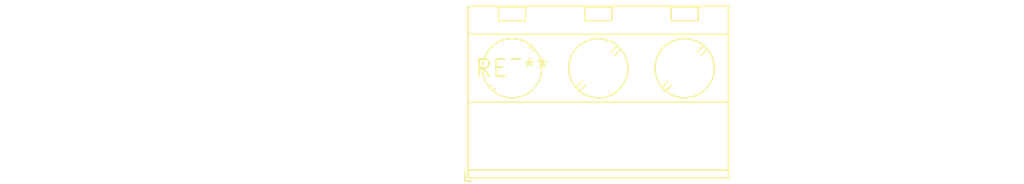
<source format=kicad_pcb>
(kicad_pcb (version 20240108) (generator pcbnew)
  (layers (0 "F.Cu" signal) (31 "B.Cu" signal) (34 "B.Paste" user) (35 "F.Paste" user) (36 "B.SilkS" user "B.Silkscreen") (37 "F.SilkS" user "F.Silkscreen") (38 "B.Mask" user) (39 "F.Mask" user) (44 "Edge.Cuts" user))
  (net 0 "")
  (footprint "TerminalBlock_MetzConnect_Type701_RT11L03HGLU_1x03_P6.35mm_Horizontal" (layer "F.Cu") (at 0 0)
    (property "Reference" "REF**")
    (property "Value" "TerminalBlock_MetzConnect_Type701_RT11L03HGLU_1x03_P6.35mm_Horizontal")
    (fp_line (start -3.475 7.56) (end -3.475 8.3) (layer "F.SilkS") (stroke (width 0.12)))
    (fp_line (start -3.475 8.3) (end -2.975 8.3) (layer "F.SilkS") (stroke (width 0.12)))
    (fp_line (start -3.235 -4.56) (end -3.235 8.06) (layer "F.SilkS") (stroke (width 0.12)))
    (fp_line (start -3.235 -4.56) (end 15.935 -4.56) (layer "F.SilkS") (stroke (width 0.12)))
    (fp_line (start -3.235 -2.5) (end 15.935 -2.5) (layer "F.SilkS") (stroke (width 0.12)))
    (fp_line (start -3.235 2.5) (end 15.935 2.5) (layer "F.SilkS") (stroke (width 0.12)))
    (fp_line (start -3.235 7.5) (end 15.935 7.5) (layer "F.SilkS") (stroke (width 0.12)))
    (fp_line (start -3.235 8.06) (end 15.935 8.06) (layer "F.SilkS") (stroke (width 0.12)))
    (fp_line (start -1.502 1.235) (end -1.654 1.388) (layer "F.SilkS") (stroke (width 0.12)))
    (fp_line (start -1.236 1.502) (end -1.388 1.654) (layer "F.SilkS") (stroke (width 0.12)))
    (fp_line (start -1 -4.5) (end -1 -3.5) (layer "F.SilkS") (stroke (width 0.12)))
    (fp_line (start -1 -4.5) (end 1 -4.5) (layer "F.SilkS") (stroke (width 0.12)))
    (fp_line (start -1 -3.5) (end 1 -3.5) (layer "F.SilkS") (stroke (width 0.12)))
    (fp_line (start 1 -4.5) (end 1 -3.5) (layer "F.SilkS") (stroke (width 0.12)))
    (fp_line (start 1.388 -1.654) (end 1.236 -1.502) (layer "F.SilkS") (stroke (width 0.12)))
    (fp_line (start 1.654 -1.388) (end 1.502 -1.236) (layer "F.SilkS") (stroke (width 0.12)))
    (fp_line (start 5.123 0.962) (end 4.697 1.388) (layer "F.SilkS") (stroke (width 0.12)))
    (fp_line (start 5.35 -4.5) (end 5.35 -3.5) (layer "F.SilkS") (stroke (width 0.12)))
    (fp_line (start 5.35 -4.5) (end 7.35 -4.5) (layer "F.SilkS") (stroke (width 0.12)))
    (fp_line (start 5.35 -3.5) (end 7.35 -3.5) (layer "F.SilkS") (stroke (width 0.12)))
    (fp_line (start 5.389 1.228) (end 4.963 1.654) (layer "F.SilkS") (stroke (width 0.12)))
    (fp_line (start 7.35 -4.5) (end 7.35 -3.5) (layer "F.SilkS") (stroke (width 0.12)))
    (fp_line (start 7.738 -1.654) (end 7.312 -1.228) (layer "F.SilkS") (stroke (width 0.12)))
    (fp_line (start 8.004 -1.388) (end 7.563 -0.947) (layer "F.SilkS") (stroke (width 0.12)))
    (fp_line (start 11.473 0.962) (end 11.047 1.388) (layer "F.SilkS") (stroke (width 0.12)))
    (fp_line (start 11.7 -4.5) (end 11.7 -3.5) (layer "F.SilkS") (stroke (width 0.12)))
    (fp_line (start 11.7 -4.5) (end 13.7 -4.5) (layer "F.SilkS") (stroke (width 0.12)))
    (fp_line (start 11.7 -3.5) (end 13.7 -3.5) (layer "F.SilkS") (stroke (width 0.12)))
    (fp_line (start 11.739 1.228) (end 11.313 1.654) (layer "F.SilkS") (stroke (width 0.12)))
    (fp_line (start 13.7 -4.5) (end 13.7 -3.5) (layer "F.SilkS") (stroke (width 0.12)))
    (fp_line (start 14.088 -1.654) (end 13.662 -1.228) (layer "F.SilkS") (stroke (width 0.12)))
    (fp_line (start 14.354 -1.388) (end 13.913 -0.947) (layer "F.SilkS") (stroke (width 0.12)))
    (fp_line (start 15.935 -4.56) (end 15.935 8.06) (layer "F.SilkS") (stroke (width 0.12)))
    (fp_circle (center 0 0) (end 2.18 0) (layer "F.SilkS") (stroke (width 0.12)) (fill none))
    (fp_circle (center 6.35 0) (end 8.53 0) (layer "F.SilkS") (stroke (width 0.12)) (fill none))
    (fp_circle (center 12.7 0) (end 14.88 0) (layer "F.SilkS") (stroke (width 0.12)) (fill none))
    (pad "1" thru_hole rect (at 0 0) (size 2.5 2.5) (drill 1.3) (layers *.Cu *.Mask) (remove_unused_layers))
    (pad "2" thru_hole circle (at 6.35 0) (size 2.5 2.5) (drill 1.3) (layers *.Cu *.Mask) (remove_unused_layers))
    (pad "3" thru_hole circle (at 12.7 0) (size 2.5 2.5) (drill 1.3) (layers *.Cu *.Mask) (remove_unused_layers))
  )
)
</source>
